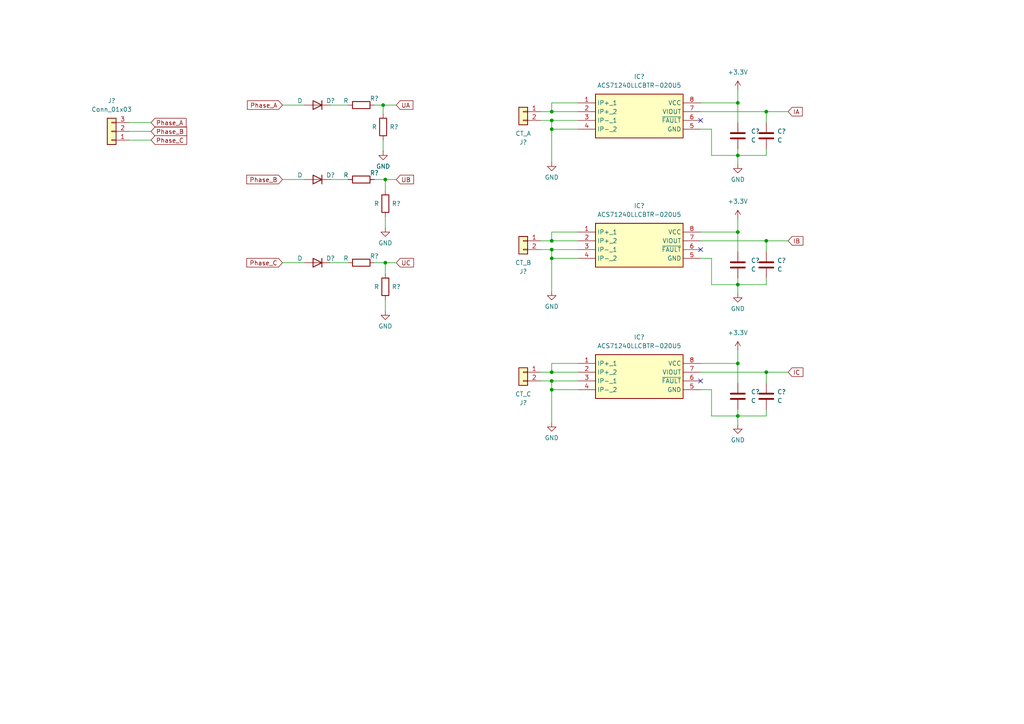
<source format=kicad_sch>
(kicad_sch (version 20250114) (generator "eeschema") (generator_version "9.0")
  (paper "A4")
  (lib_symbols
    (symbol "Connector_Generic:Conn_01x02" (pin_names (offset 1.016) (hide yes))
      (property "Reference" "J" (at 0 2.54 0))
      (property "Value" "Conn_01x02" (at 0 -5.08 0))
      (symbol "Conn_01x02_1_1"
        (rectangle (start -1.27 1.27) (end 1.27 -3.81) (stroke (width 0.254)) (fill (type background)))
        (rectangle (start -1.27 0.127) (end 0 -0.127) (stroke (width 0.1524)))
        (rectangle (start -1.27 -2.413) (end 0 -2.667) (stroke (width 0.1524)))
        (pin passive line (at -5.08 0 0) (length 3.81) (name "Pin_1") (number "1"))
        (pin passive line (at -5.08 -2.54 0) (length 3.81) (name "Pin_2") (number "2"))
      )
    )
    (symbol "Connector_Generic:Conn_01x03" (pin_names (offset 1.016) (hide yes))
      (property "Reference" "J" (at 0 5.08 0))
      (property "Value" "Conn_01x03" (at 0 -5.08 0))
      (symbol "Conn_01x03_1_1"
        (rectangle (start -1.27 3.81) (end 1.27 -3.81) (stroke (width 0.254)) (fill (type background)))
        (rectangle (start -1.27 2.667) (end 0 2.413) (stroke (width 0.1524)))
        (rectangle (start -1.27 0.127) (end 0 -0.127) (stroke (width 0.1524)))
        (rectangle (start -1.27 -2.413) (end 0 -2.667) (stroke (width 0.1524)))
        (pin passive line (at -5.08 2.54 0) (length 3.81) (name "Pin_1") (number "1"))
        (pin passive line (at -5.08 0 0) (length 3.81) (name "Pin_2") (number "2"))
        (pin passive line (at -5.08 -2.54 0) (length 3.81) (name "Pin_3") (number "3"))
      )
    )
    (symbol "Device:C" (pin_numbers (hide yes)) (pin_names (offset 0.254))
      (property "Reference" "C" (at 0.635 2.54 0))
      (property "Value" "C" (at 0.635 -2.54 0))
      (symbol "C_0_1"
        (polyline (pts (xy -2.032 0.762) (xy 2.032 0.762)) (stroke (width 0.508)))
        (polyline (pts (xy -2.032 -0.762) (xy 2.032 -0.762)) (stroke (width 0.508)))
      )
      (symbol "C_1_1"
        (pin passive line (at 0 3.81 270) (length 2.794) (name "~") (number "1"))
        (pin passive line (at 0 -3.81 90) (length 2.794) (name "~") (number "2"))
      )
    )
    (symbol "Device:D" (pin_numbers (hide yes)) (pin_names (offset 1.016) (hide yes))
      (property "Reference" "D" (at 0 2.54 0))
      (property "Value" "D" (at 0 -2.54 0))
      (symbol "D_0_1"
        (polyline (pts (xy -1.27 1.27) (xy -1.27 -1.27)) (stroke (width 0.254)))
        (polyline (pts (xy 1.27 1.27) (xy 1.27 -1.27) (xy -1.27 0) (xy 1.27 1.27)) (stroke (width 0.254)))
        (polyline (pts (xy 1.27 0) (xy -1.27 0)))
      )
      (symbol "D_1_1"
        (pin passive line (at -3.81 0 0) (length 2.54) (name "K") (number "1"))
        (pin passive line (at 3.81 0 180) (length 2.54) (name "A") (number "2"))
      )
    )
    (symbol "Device:R" (pin_numbers (hide yes)) (pin_names (offset 0))
      (property "Reference" "R" (at 2.032 0 90))
      (property "Value" "R" (at 0 0 90))
      (symbol "R_0_1"
        (rectangle (start -1.016 -2.54) (end 1.016 2.54) (stroke (width 0.254)))
      )
      (symbol "R_1_1"
        (pin passive line (at 0 3.81 270) (length 1.27) (name "~") (number "1"))
        (pin passive line (at 0 -3.81 90) (length 1.27) (name "~") (number "2"))
      )
    )
    (symbol "acs712:ACS71240LLCBTR-020U5"
      (property "Reference" "IC" (at 31.75 7.62 0))
      (property "Value" "ACS71240LLCBTR-020U5" (at 31.75 5.08 0))
      (symbol "ACS71240LLCBTR-020U5_1_1"
        (rectangle (start 5.08 2.54) (end 30.48 -10.16) (stroke (width 0.254)) (fill (type background)))
        (pin passive line (at 0 0 0) (length 5.08) (name "IP+_1") (number "1"))
        (pin passive line (at 0 -2.54 0) (length 5.08) (name "IP+_2") (number "2"))
        (pin passive line (at 0 -5.08 0) (length 5.08) (name "IP-_1") (number "3"))
        (pin passive line (at 0 -7.62 0) (length 5.08) (name "IP-_2") (number "4"))
        (pin passive line (at 35.56 0 180) (length 5.08) (name "VCC") (number "8"))
        (pin passive line (at 35.56 -2.54 180) (length 5.08) (name "VIOUT") (number "7"))
        (pin passive line (at 35.56 -5.08 180) (length 5.08) (name "~{FAULT}") (number "6"))
        (pin passive line (at 35.56 -7.62 180) (length 5.08) (name "GND") (number "5"))
      )
    )
    (symbol "power:+3.3V" (power) (pin_numbers (hide yes)) (pin_names (offset 0) (hide yes))
      (property "Value" "+3.3V" (at 0 3.556 0))
      (symbol "+3.3V_0_1"
        (polyline (pts (xy -0.762 1.27) (xy 0 2.54)))
        (polyline (pts (xy 0 2.54) (xy 0.762 1.27)))
        (polyline (pts (xy 0 0) (xy 0 2.54)))
      )
      (symbol "+3.3V_1_1"
        (pin power_in line (at 0 0 90) (length 0) (name "~") (number "1"))
      )
    )
    (symbol "power:GND" (power) (pin_numbers (hide yes)) (pin_names (offset 0) (hide yes))
      (property "Value" "GND" (at 0 -3.81 0))
      (symbol "GND_0_1"
        (polyline (pts (xy 0 0) (xy 0 -1.27) (xy 1.27 -1.27) (xy 0 -2.54) (xy -1.27 -1.27) (xy 0 -1.27)))
      )
      (symbol "GND_1_1"
        (pin power_in line (at 0 0 270) (length 0) (name "~") (number "1"))
      )
    )
  )
  (junction (at 222.25 107.95))
  (junction (at 111.76 76.2))
  (junction (at 213.995 105.41))
  (junction (at 111.76 52.07))
  (junction (at 160.02 113.03))
  (junction (at 213.995 67.31))
  (junction (at 160.02 74.93))
  (junction (at 222.25 32.385))
  (junction (at 213.995 45.085))
  (junction (at 213.995 120.65))
  (junction (at 160.02 72.39))
  (junction (at 111.125 30.48))
  (junction (at 160.02 32.385))
  (junction (at 160.02 110.49))
  (junction (at 160.02 34.925))
  (junction (at 160.02 69.85))
  (junction (at 213.995 29.845))
  (junction (at 160.02 107.95))
  (junction (at 222.25 69.85))
  (junction (at 213.995 82.55))
  (junction (at 160.02 37.465))
  (no_connect (at 203.2 110.49))
  (no_connect (at 203.2 34.925))
  (no_connect (at 203.2 72.39))
  (wire (pts (xy 111.76 79.375) (xy 111.76 76.2)))
  (wire (pts (xy 156.845 72.39) (xy 160.02 72.39)))
  (wire (pts (xy 37.465 38.1) (xy 43.815 38.1)))
  (wire (pts (xy 160.02 72.39) (xy 160.02 74.93)))
  (wire (pts (xy 95.885 30.48) (xy 100.965 30.48)))
  (wire (pts (xy 203.2 105.41) (xy 213.995 105.41)))
  (wire (pts (xy 160.02 105.41) (xy 167.64 105.41)))
  (wire (pts (xy 156.845 34.925) (xy 160.02 34.925)))
  (wire (pts (xy 222.25 73.025) (xy 222.25 69.85)))
  (wire (pts (xy 203.2 67.31) (xy 213.995 67.31)))
  (wire (pts (xy 95.885 76.2) (xy 100.965 76.2)))
  (wire (pts (xy 203.2 107.95) (xy 222.25 107.95)))
  (wire (pts (xy 213.995 105.41) (xy 213.995 101.6)))
  (wire (pts (xy 160.02 32.385) (xy 167.64 32.385)))
  (wire (pts (xy 160.02 37.465) (xy 160.02 46.99)))
  (wire (pts (xy 160.02 69.85) (xy 160.02 67.31)))
  (wire (pts (xy 160.02 34.925) (xy 160.02 37.465)))
  (wire (pts (xy 160.02 32.385) (xy 160.02 29.845)))
  (wire (pts (xy 111.76 90.17) (xy 111.76 86.995)))
  (wire (pts (xy 156.845 69.85) (xy 160.02 69.85)))
  (wire (pts (xy 160.02 107.95) (xy 167.64 107.95)))
  (wire (pts (xy 95.885 52.07) (xy 100.965 52.07)))
  (wire (pts (xy 206.375 37.465) (xy 206.375 45.085)))
  (wire (pts (xy 108.585 76.2) (xy 111.76 76.2)))
  (wire (pts (xy 156.845 110.49) (xy 160.02 110.49)))
  (wire (pts (xy 167.64 37.465) (xy 160.02 37.465)))
  (wire (pts (xy 213.995 43.18) (xy 213.995 45.085)))
  (wire (pts (xy 203.2 32.385) (xy 222.25 32.385)))
  (wire (pts (xy 203.2 37.465) (xy 206.375 37.465)))
  (wire (pts (xy 213.995 67.31) (xy 213.995 63.5)))
  (wire (pts (xy 37.465 35.56) (xy 43.815 35.56)))
  (wire (pts (xy 213.995 82.55) (xy 206.375 82.55)))
  (wire (pts (xy 111.125 30.48) (xy 114.935 30.48)))
  (wire (pts (xy 111.76 66.04) (xy 111.76 62.865)))
  (wire (pts (xy 206.375 74.93) (xy 206.375 82.55)))
  (wire (pts (xy 213.995 118.745) (xy 213.995 120.65)))
  (wire (pts (xy 213.995 47.625) (xy 213.995 45.085)))
  (wire (pts (xy 213.995 123.19) (xy 213.995 120.65)))
  (wire (pts (xy 111.125 33.02) (xy 111.125 30.48)))
  (wire (pts (xy 111.125 43.815) (xy 111.125 40.64)))
  (wire (pts (xy 167.64 74.93) (xy 160.02 74.93)))
  (wire (pts (xy 156.845 32.385) (xy 160.02 32.385)))
  (wire (pts (xy 213.995 85.09) (xy 213.995 82.55)))
  (wire (pts (xy 203.2 29.845) (xy 213.995 29.845)))
  (wire (pts (xy 81.915 52.07) (xy 88.265 52.07)))
  (wire (pts (xy 111.76 52.07) (xy 114.935 52.07)))
  (wire (pts (xy 203.2 74.93) (xy 206.375 74.93)))
  (wire (pts (xy 222.25 107.95) (xy 228.6 107.95)))
  (wire (pts (xy 108.585 52.07) (xy 111.76 52.07)))
  (wire (pts (xy 111.76 55.245) (xy 111.76 52.07)))
  (wire (pts (xy 108.585 30.48) (xy 111.125 30.48)))
  (wire (pts (xy 213.995 73.025) (xy 213.995 67.31)))
  (wire (pts (xy 160.02 110.49) (xy 160.02 113.03)))
  (wire (pts (xy 222.25 43.18) (xy 222.25 45.085)))
  (wire (pts (xy 213.995 120.65) (xy 206.375 120.65)))
  (wire (pts (xy 203.2 113.03) (xy 206.375 113.03)))
  (wire (pts (xy 167.64 34.925) (xy 160.02 34.925)))
  (wire (pts (xy 160.02 29.845) (xy 167.64 29.845)))
  (wire (pts (xy 37.465 40.64) (xy 43.815 40.64)))
  (wire (pts (xy 160.02 107.95) (xy 160.02 105.41)))
  (wire (pts (xy 222.25 118.745) (xy 222.25 120.65)))
  (wire (pts (xy 160.02 69.85) (xy 167.64 69.85)))
  (wire (pts (xy 206.375 113.03) (xy 206.375 120.65)))
  (wire (pts (xy 222.25 111.125) (xy 222.25 107.95)))
  (wire (pts (xy 222.25 120.65) (xy 213.995 120.65)))
  (wire (pts (xy 203.2 69.85) (xy 222.25 69.85)))
  (wire (pts (xy 160.02 113.03) (xy 160.02 122.555)))
  (wire (pts (xy 160.02 67.31) (xy 167.64 67.31)))
  (wire (pts (xy 81.915 76.2) (xy 88.265 76.2)))
  (wire (pts (xy 213.995 29.845) (xy 213.995 26.035)))
  (wire (pts (xy 156.845 107.95) (xy 160.02 107.95)))
  (wire (pts (xy 222.25 35.56) (xy 222.25 32.385)))
  (wire (pts (xy 222.25 32.385) (xy 228.6 32.385)))
  (wire (pts (xy 222.25 69.85) (xy 228.6 69.85)))
  (wire (pts (xy 167.64 110.49) (xy 160.02 110.49)))
  (wire (pts (xy 167.64 72.39) (xy 160.02 72.39)))
  (wire (pts (xy 160.02 74.93) (xy 160.02 84.455)))
  (wire (pts (xy 213.995 80.645) (xy 213.995 82.55)))
  (wire (pts (xy 81.915 30.48) (xy 88.265 30.48)))
  (wire (pts (xy 167.64 113.03) (xy 160.02 113.03)))
  (wire (pts (xy 222.25 82.55) (xy 213.995 82.55)))
  (wire (pts (xy 111.76 76.2) (xy 114.935 76.2)))
  (wire (pts (xy 213.995 45.085) (xy 206.375 45.085)))
  (wire (pts (xy 213.995 111.125) (xy 213.995 105.41)))
  (wire (pts (xy 213.995 35.56) (xy 213.995 29.845)))
  (wire (pts (xy 222.25 45.085) (xy 213.995 45.085)))
  (wire (pts (xy 222.25 80.645) (xy 222.25 82.55)))
  (global_label "UA" (shape input) (at 114.935 30.48 0) (property "Intersheetrefs" "${INTERSHEET_REFS}" (effects (hide yes))))
  (global_label "IC" (shape input) (at 228.6 107.95 0) (property "Intersheetrefs" "${INTERSHEET_REFS}" (effects (hide yes))))
  (global_label "Phase_C" (shape input) (at 43.815 40.64 0) (property "Intersheetrefs" "${INTERSHEET_REFS}" (effects (hide yes))))
  (global_label "Phase_B" (shape input) (at 81.915 52.07 180) (property "Intersheetrefs" "${INTERSHEET_REFS}" (effects (hide yes))))
  (global_label "Phase_B" (shape input) (at 43.815 38.1 0) (property "Intersheetrefs" "${INTERSHEET_REFS}" (effects (hide yes))))
  (global_label "Phase_A" (shape input) (at 81.915 30.48 180) (property "Intersheetrefs" "${INTERSHEET_REFS}" (effects (hide yes))))
  (global_label "Phase_C" (shape input) (at 81.915 76.2 180) (property "Intersheetrefs" "${INTERSHEET_REFS}" (effects (hide yes))))
  (global_label "UC" (shape input) (at 114.935 76.2 0) (property "Intersheetrefs" "${INTERSHEET_REFS}" (effects (hide yes))))
  (global_label "IB" (shape input) (at 228.6 69.85 0) (property "Intersheetrefs" "${INTERSHEET_REFS}" (effects (hide yes))))
  (global_label "Phase_A" (shape input) (at 43.815 35.56 0) (property "Intersheetrefs" "${INTERSHEET_REFS}" (effects (hide yes))))
  (global_label "UB" (shape input) (at 114.935 52.07 0) (property "Intersheetrefs" "${INTERSHEET_REFS}" (effects (hide yes))))
  (global_label "IA" (shape input) (at 228.6 32.385 0) (property "Intersheetrefs" "${INTERSHEET_REFS}" (effects (hide yes))))
  (symbol (lib_id "Device:C") (at 222.25 39.37 0) (unit 1)
    (property "Reference" "C?" (at 225.425 38.0999 0) (effects (justify left)))
    (property "Value" "C" (at 225.425 40.6399 0) (effects (justify left)))
    (property "Description" "Unpolarized capacitor" (effects (hide yes)))
  )
  (symbol (lib_id "Device:R") (at 104.775 76.2 90) (unit 1)
    (property "Reference" "R?" (at 108.585 74.295 90))
    (property "Value" "R" (at 100.33 74.93 90))
    (property "Description" "Resistor" (effects (hide yes)))
  )
  (symbol (lib_id "Device:D") (at 92.075 76.2 180) (unit 1)
    (property "Reference" "D?" (at 95.885 74.93 0))
    (property "Value" "D" (at 86.995 74.93 0))
    (property "Description" "Diode" (effects (hide yes)))
    (property "Sim.Device" "D" (effects (hide yes)))
    (property "Sim.Pins" "1=K 2=A" (effects (hide yes)))
  )
  (symbol (lib_id "Connector_Generic:Conn_01x02") (at 151.765 69.85 0) (mirror y) (unit 1)
    (property "Reference" "J?" (at 151.765 78.74 0))
    (property "Value" "CT_B" (at 151.765 76.2 0))
    (property "Description" "Generic connector, single row, 01x02, script generated (kicad-library-utils/schlib/autogen/connector/)" (effects (hide yes)))
  )
  (symbol (lib_id "power:GND") (at 213.995 47.625 0) (unit 1)
    (property "Reference" "#PWR05" (effects (hide yes)))
    (property "Value" "GND" (at 213.995 52.07 0))
    (property "Description" "Power symbol creates a global label with name \"GND\" , ground" (effects (hide yes)))
  )
  (symbol (lib_id "Device:C") (at 213.995 76.835 0) (unit 1)
    (property "Reference" "C?" (at 217.805 75.5649 0) (effects (justify left)))
    (property "Value" "C" (at 217.805 78.1049 0) (effects (justify left)))
    (property "Description" "Unpolarized capacitor" (effects (hide yes)))
  )
  (symbol (lib_id "power:+3.3V") (at 213.995 26.035 0) (unit 1)
    (property "Reference" "#PWR06" (effects (hide yes)))
    (property "Value" "+3.3V" (at 213.995 20.955 0))
    (property "Description" "Power symbol creates a global label with name \"+3.3V\"" (effects (hide yes)))
  )
  (symbol (lib_id "power:GND") (at 213.995 123.19 0) (unit 1)
    (property "Reference" "#PWR012" (effects (hide yes)))
    (property "Value" "GND" (at 213.995 127.635 0))
    (property "Description" "Power symbol creates a global label with name \"GND\" , ground" (effects (hide yes)))
  )
  (symbol (lib_id "Device:R") (at 111.76 83.185 0) (unit 1)
    (property "Reference" "R?" (at 114.935 83.185 0))
    (property "Value" "R" (at 109.22 83.185 0))
    (property "Description" "Resistor" (effects (hide yes)))
  )
  (symbol (lib_id "Device:D") (at 92.075 52.07 180) (unit 1)
    (property "Reference" "D?" (at 95.885 50.8 0))
    (property "Value" "D" (at 86.995 50.8 0))
    (property "Description" "Diode" (effects (hide yes)))
    (property "Sim.Device" "D" (effects (hide yes)))
    (property "Sim.Pins" "1=K 2=A" (effects (hide yes)))
  )
  (symbol (lib_id "power:GND") (at 160.02 46.99 0) (unit 1)
    (property "Reference" "#PWR01" (effects (hide yes)))
    (property "Value" "GND" (at 160.02 51.435 0))
    (property "Description" "Power symbol creates a global label with name \"GND\" , ground" (effects (hide yes)))
  )
  (symbol (lib_id "Device:R") (at 111.125 36.83 0) (unit 1)
    (property "Reference" "R?" (at 114.3 36.83 0))
    (property "Value" "R" (at 108.585 36.83 0))
    (property "Description" "Resistor" (effects (hide yes)))
  )
  (symbol (lib_id "Device:R") (at 111.76 59.055 0) (unit 1)
    (property "Reference" "R?" (at 114.935 59.055 0))
    (property "Value" "R" (at 109.22 59.055 0))
    (property "Description" "Resistor" (effects (hide yes)))
  )
  (symbol (lib_id "Device:R") (at 104.775 52.07 90) (unit 1)
    (property "Reference" "R?" (at 108.585 50.165 90))
    (property "Value" "R" (at 100.33 50.8 90))
    (property "Description" "Resistor" (effects (hide yes)))
  )
  (symbol (lib_id "power:+3.3V") (at 213.995 63.5 0) (unit 1)
    (property "Reference" "#PWR08" (effects (hide yes)))
    (property "Value" "+3.3V" (at 213.995 58.42 0))
    (property "Description" "Power symbol creates a global label with name \"+3.3V\"" (effects (hide yes)))
  )
  (symbol (lib_id "Device:D") (at 92.075 30.48 180) (unit 1)
    (property "Reference" "D?" (at 95.885 29.21 0))
    (property "Value" "D" (at 86.995 29.21 0))
    (property "Description" "Diode" (effects (hide yes)))
    (property "Sim.Device" "D" (effects (hide yes)))
    (property "Sim.Pins" "1=K 2=A" (effects (hide yes)))
  )
  (symbol (lib_id "Device:R") (at 104.775 30.48 90) (unit 1)
    (property "Reference" "R?" (at 108.585 28.575 90))
    (property "Value" "R" (at 100.33 29.21 90))
    (property "Description" "Resistor" (effects (hide yes)))
  )
  (symbol (lib_id "Device:C") (at 213.995 114.935 0) (unit 1)
    (property "Reference" "C?" (at 217.805 113.6649 0) (effects (justify left)))
    (property "Value" "C" (at 217.805 116.2049 0) (effects (justify left)))
    (property "Description" "Unpolarized capacitor" (effects (hide yes)))
  )
  (symbol (lib_id "Device:C") (at 222.25 114.935 0) (unit 1)
    (property "Reference" "C?" (at 225.425 113.6649 0) (effects (justify left)))
    (property "Value" "C" (at 225.425 116.2049 0) (effects (justify left)))
    (property "Description" "Unpolarized capacitor" (effects (hide yes)))
  )
  (symbol (lib_id "acs712:ACS71240LLCBTR-020U5") (at 167.64 105.41 0) (unit 1)
    (property "Reference" "IC?" (at 185.42 97.79 0))
    (property "Value" "ACS71240LLCBTR-020U5" (at 185.42 100.33 0))
    (property "Footprint" "SOIC127P600X175-8N" (effects (hide yes)))
    (property "Datasheet" "https://www.mouser.de/datasheet/2/1115/ACS71240_Datasheet-3079675.pdf" (effects (hide yes)))
    (property "Description" "Board Mount Current Sensors CURRENT SENSOR IC WITH COMMON MODE REJECTION AND OVERCURRENT FAULT" (effects (hide yes)))
    (property "Height" "1.75" (effects (hide yes)))
    (property "Mouser Part Number" "250-S71240LLCBTR020U" (effects (hide yes)))
    (property "Mouser Price/Stock" "https://www.mouser.co.uk/ProductDetail/Allegro-MicroSystems/ACS71240LLCBTR-020U5?qs=rQFj71Wb1eXatIJDjqEsyg%3D%3D" (effects (hide yes)))
    (property "Manufacturer_Name" "Allegro Microsystems" (effects (hide yes)))
    (property "Manufacturer_Part_Number" "ACS71240LLCBTR-020U5" (effects (hide yes)))
  )
  (symbol (lib_id "acs712:ACS71240LLCBTR-020U5") (at 167.64 67.31 0) (unit 1)
    (property "Reference" "IC?" (at 185.42 59.69 0))
    (property "Value" "ACS71240LLCBTR-020U5" (at 185.42 62.23 0))
    (property "Footprint" "SOIC127P600X175-8N" (effects (hide yes)))
    (property "Datasheet" "https://www.mouser.de/datasheet/2/1115/ACS71240_Datasheet-3079675.pdf" (effects (hide yes)))
    (property "Description" "Board Mount Current Sensors CURRENT SENSOR IC WITH COMMON MODE REJECTION AND OVERCURRENT FAULT" (effects (hide yes)))
    (property "Height" "1.75" (effects (hide yes)))
    (property "Mouser Part Number" "250-S71240LLCBTR020U" (effects (hide yes)))
    (property "Mouser Price/Stock" "https://www.mouser.co.uk/ProductDetail/Allegro-MicroSystems/ACS71240LLCBTR-020U5?qs=rQFj71Wb1eXatIJDjqEsyg%3D%3D" (effects (hide yes)))
    (property "Manufacturer_Name" "Allegro Microsystems" (effects (hide yes)))
    (property "Manufacturer_Part_Number" "ACS71240LLCBTR-020U5" (effects (hide yes)))
  )
  (symbol (lib_id "Device:C") (at 222.25 76.835 0) (unit 1)
    (property "Reference" "C?" (at 225.425 75.5649 0) (effects (justify left)))
    (property "Value" "C" (at 225.425 78.1049 0) (effects (justify left)))
    (property "Description" "Unpolarized capacitor" (effects (hide yes)))
  )
  (symbol (lib_id "power:GND") (at 213.995 85.09 0) (unit 1)
    (property "Reference" "#PWR09" (effects (hide yes)))
    (property "Value" "GND" (at 213.995 89.535 0))
    (property "Description" "Power symbol creates a global label with name \"GND\" , ground" (effects (hide yes)))
  )
  (symbol (lib_id "acs712:ACS71240LLCBTR-020U5") (at 167.64 29.845 0) (unit 1)
    (property "Reference" "IC?" (at 185.42 22.225 0))
    (property "Value" "ACS71240LLCBTR-020U5" (at 185.42 24.765 0))
    (property "Footprint" "SOIC127P600X175-8N" (effects (hide yes)))
    (property "Datasheet" "https://www.mouser.de/datasheet/2/1115/ACS71240_Datasheet-3079675.pdf" (effects (hide yes)))
    (property "Description" "Board Mount Current Sensors CURRENT SENSOR IC WITH COMMON MODE REJECTION AND OVERCURRENT FAULT" (effects (hide yes)))
    (property "Height" "1.75" (effects (hide yes)))
    (property "Mouser Part Number" "250-S71240LLCBTR020U" (effects (hide yes)))
    (property "Mouser Price/Stock" "https://www.mouser.co.uk/ProductDetail/Allegro-MicroSystems/ACS71240LLCBTR-020U5?qs=rQFj71Wb1eXatIJDjqEsyg%3D%3D" (effects (hide yes)))
    (property "Manufacturer_Name" "Allegro Microsystems" (effects (hide yes)))
    (property "Manufacturer_Part_Number" "ACS71240LLCBTR-020U5" (effects (hide yes)))
  )
  (symbol (lib_id "Device:C") (at 213.995 39.37 0) (unit 1)
    (property "Reference" "C?" (at 217.805 38.0999 0) (effects (justify left)))
    (property "Value" "C" (at 217.805 40.6399 0) (effects (justify left)))
    (property "Description" "Unpolarized capacitor" (effects (hide yes)))
  )
  (symbol (lib_id "power:GND") (at 160.02 122.555 0) (unit 1)
    (property "Reference" "#PWR010" (effects (hide yes)))
    (property "Value" "GND" (at 160.02 127 0))
    (property "Description" "Power symbol creates a global label with name \"GND\" , ground" (effects (hide yes)))
  )
  (symbol (lib_id "power:GND") (at 111.76 90.17 0) (unit 1)
    (property "Reference" "#PWR04" (effects (hide yes)))
    (property "Value" "GND" (at 111.76 94.615 0))
    (property "Description" "Power symbol creates a global label with name \"GND\" , ground" (effects (hide yes)))
  )
  (symbol (lib_id "power:GND") (at 111.125 43.815 0) (unit 1)
    (property "Reference" "#PWR02" (effects (hide yes)))
    (property "Value" "GND" (at 111.125 48.26 0))
    (property "Description" "Power symbol creates a global label with name \"GND\" , ground" (effects (hide yes)))
  )
  (symbol (lib_id "power:GND") (at 160.02 84.455 0) (unit 1)
    (property "Reference" "#PWR07" (effects (hide yes)))
    (property "Value" "GND" (at 160.02 88.9 0))
    (property "Description" "Power symbol creates a global label with name \"GND\" , ground" (effects (hide yes)))
  )
  (symbol (lib_id "power:+3.3V") (at 213.995 101.6 0) (unit 1)
    (property "Reference" "#PWR011" (effects (hide yes)))
    (property "Value" "+3.3V" (at 213.995 96.52 0))
    (property "Description" "Power symbol creates a global label with name \"+3.3V\"" (effects (hide yes)))
  )
  (symbol (lib_id "Connector_Generic:Conn_01x02") (at 151.765 32.385 0) (mirror y) (unit 1)
    (property "Reference" "J?" (at 151.765 41.275 0))
    (property "Value" "CT_A" (at 151.765 38.735 0))
    (property "Description" "Generic connector, single row, 01x02, script generated (kicad-library-utils/schlib/autogen/connector/)" (effects (hide yes)))
  )
  (symbol (lib_id "Connector_Generic:Conn_01x02") (at 151.765 107.95 0) (mirror y) (unit 1)
    (property "Reference" "J?" (at 151.765 116.84 0))
    (property "Value" "CT_C" (at 151.765 114.3 0))
    (property "Description" "Generic connector, single row, 01x02, script generated (kicad-library-utils/schlib/autogen/connector/)" (effects (hide yes)))
  )
  (symbol (lib_id "power:GND") (at 111.76 66.04 0) (unit 1)
    (property "Reference" "#PWR03" (effects (hide yes)))
    (property "Value" "GND" (at 111.76 70.485 0))
    (property "Description" "Power symbol creates a global label with name \"GND\" , ground" (effects (hide yes)))
  )
  (symbol (lib_id "Connector_Generic:Conn_01x03") (at 32.385 38.1 180) (unit 1)
    (property "Reference" "J?" (at 32.385 29.21 0))
    (property "Value" "Conn_01x03" (at 32.385 31.75 0))
    (property "Description" "Generic connector, single row, 01x03, script generated (kicad-library-utils/schlib/autogen/connector/)" (effects (hide yes)))
  )
)
</source>
